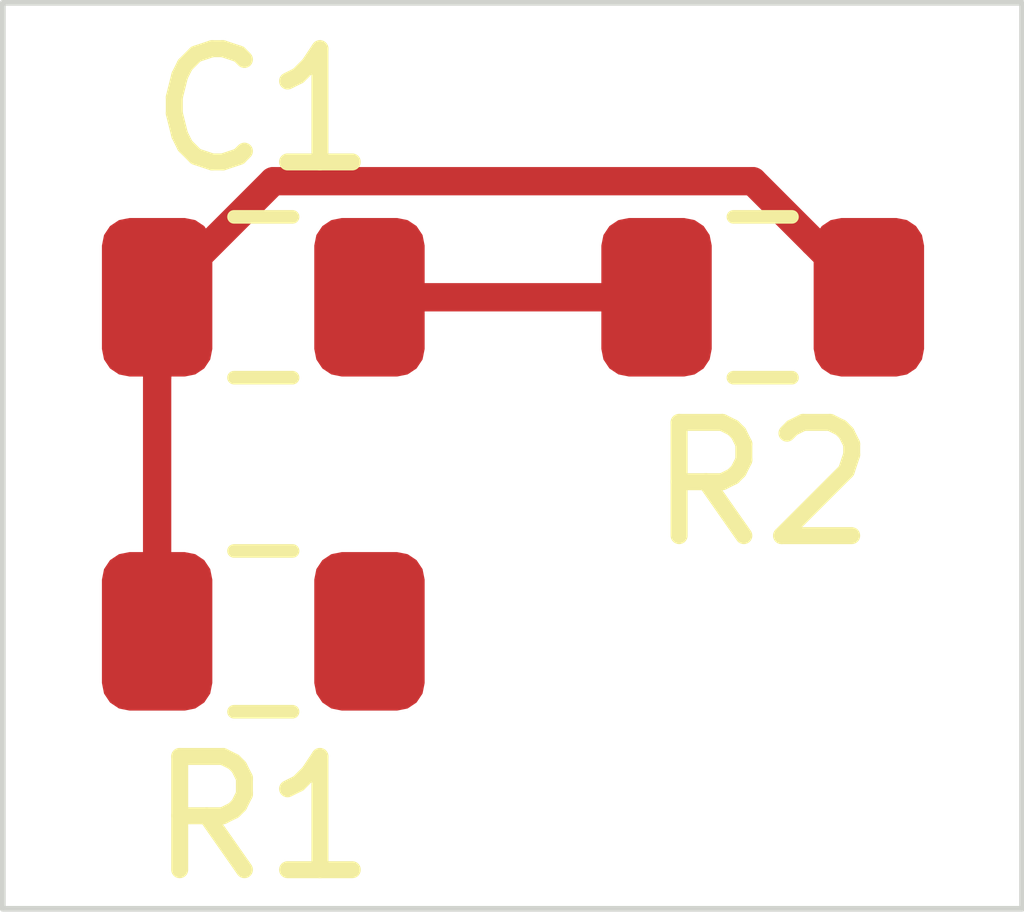
<source format=kicad_pcb>
(kicad_pcb (version 20241229) (generator "pcbnew") (generator_version "9.0")
  (layers (0 "F.Cu" signal) (2 "B.Cu" signal) (13 "F.Paste" user) (15 "B.Paste" user) (5 "F.SilkS" user "F.Silkscreen") (7 "B.SilkS" user "B.Silkscreen") (1 "F.Mask" user) (3 "B.Mask" user) (25 "Edge.Cuts" user))
  (property "MYVAR" "tests/data")
  (property "PRUEBITA" "Hola!")
  (net 0 "")
  (net 1 "GND")
  (net 2 "Net-(C1-Pad1)")
  (net 3 "VCC")
  (footprint "Capacitor_SMD:C_0805_2012Metric" (layer "F.Cu") (at 146.3 78.6)
    (property "Reference" "C1" (at 0 -1.65 0) (layer "F.SilkS"))
    (property "Value" "1uF")
    (fp_line (start -0.258578 -0.71) (end 0.258578 -0.71) (stroke (width 0.12)) (layer "F.SilkS"))
    (fp_line (start -0.258578 0.71) (end 0.258578 0.71) (stroke (width 0.12)) (layer "F.SilkS"))
    (pad "1" smd roundrect (at -0.9375 0) (size 0.975 1.4) (layers "F.Cu" "F.Mask" "F.Paste") (net 2 "Net-(C1-Pad1)"))
    (pad "2" smd roundrect (at 0.9375 0) (size 0.975 1.4) (layers "F.Cu" "F.Mask" "F.Paste") (net 1 "GND"))
  )
  (footprint "Resistor_SMD:R_0805_2012Metric" (layer "F.Cu") (at 146.3 81.55 180)
    (property "Reference" "R1" (at 0 -1.65 0) (layer "F.SilkS"))
    (property "Value" "100")
    (fp_line (start -0.258578 0.71) (end 0.258578 0.71) (stroke (width 0.12)) (layer "F.SilkS"))
    (fp_line (start -0.258578 -0.71) (end 0.258578 -0.71) (stroke (width 0.12)) (layer "F.SilkS"))
    (pad "1" smd roundrect (at -0.9375 0 180) (size 0.975 1.4) (layers "F.Cu" "F.Mask" "F.Paste") (net 3 "VCC"))
    (pad "2" smd roundrect (at 0.9375 0 180) (size 0.975 1.4) (layers "F.Cu" "F.Mask" "F.Paste") (net 2 "Net-(C1-Pad1)"))
  )
  (footprint "Resistor_SMD:R_0805_2012Metric" (layer "F.Cu") (at 150.71 78.6 180)
    (property "Reference" "R2" (at 0 -1.65 0) (layer "F.SilkS"))
    (property "Value" "200")
    (fp_line (start -0.258578 0.71) (end 0.258578 0.71) (stroke (width 0.12)) (layer "F.SilkS"))
    (fp_line (start -0.258578 -0.71) (end 0.258578 -0.71) (stroke (width 0.12)) (layer "F.SilkS"))
    (pad "1" smd roundrect (at -0.9375 0 180) (size 0.975 1.4) (layers "F.Cu" "F.Mask" "F.Paste") (net 2 "Net-(C1-Pad1)"))
    (pad "2" smd roundrect (at 0.9375 0 180) (size 0.975 1.4) (layers "F.Cu" "F.Mask" "F.Paste") (net 1 "GND"))
  )
  (gr_line (start 153 84) (end 153 76) (stroke (width 0.05)) (layer "Edge.Cuts"))
  (gr_line (start 144 84) (end 153 84) (stroke (width 0.05)) (layer "Edge.Cuts"))
  (gr_line (start 153 76) (end 144 76) (stroke (width 0.05)) (layer "Edge.Cuts"))
  (gr_line (start 144 76) (end 144 84) (stroke (width 0.05)) (layer "Edge.Cuts"))
  (segment (start 147.2375 78.6) (end 149.7725 78.6) (width 0.25) (layer "F.Cu") (net 1))
  (segment (start 151.161973 78.114473) (end 151.6475 78.6) (width 0.25) (layer "F.Cu") (net 2))
  (segment (start 145.3625 78.6) (end 145.3625 79.3) (width 0.25) (layer "F.Cu") (net 2))
  (segment (start 145.3625 78.6) (end 146.38751 77.57499) (width 0.25) (layer "F.Cu") (net 2))
  (segment (start 150.62249 77.57499) (end 151.161973 78.114473) (width 0.25) (layer "F.Cu") (net 2))
  (segment (start 146.38751 77.57499) (end 150.62249 77.57499) (width 0.25) (layer "F.Cu") (net 2))
  (segment (start 145.3625 79.3) (end 145.3625 81.55) (width 0.25) (layer "F.Cu") (net 2))
)
</source>
